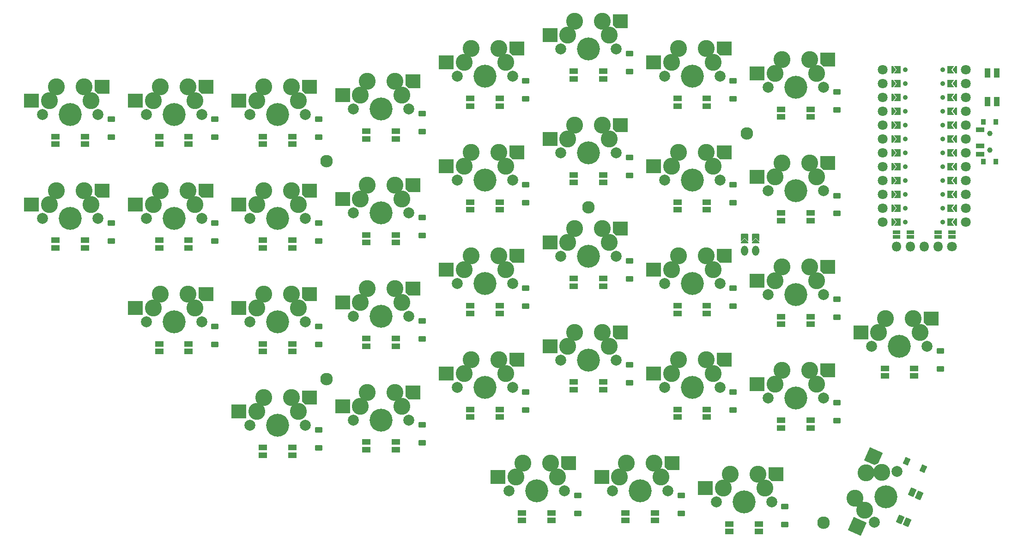
<source format=gbr>
%TF.GenerationSoftware,KiCad,Pcbnew,8.0.6*%
%TF.CreationDate,2025-01-09T22:44:34+01:00*%
%TF.ProjectId,deley,64656c65-792e-46b6-9963-61645f706362,0.1*%
%TF.SameCoordinates,Original*%
%TF.FileFunction,Soldermask,Bot*%
%TF.FilePolarity,Negative*%
%FSLAX46Y46*%
G04 Gerber Fmt 4.6, Leading zero omitted, Abs format (unit mm)*
G04 Created by KiCad (PCBNEW 8.0.6) date 2025-01-09 22:44:34*
%MOMM*%
%LPD*%
G01*
G04 APERTURE LIST*
G04 Aperture macros list*
%AMRoundRect*
0 Rectangle with rounded corners*
0 $1 Rounding radius*
0 $2 $3 $4 $5 $6 $7 $8 $9 X,Y pos of 4 corners*
0 Add a 4 corners polygon primitive as box body*
4,1,4,$2,$3,$4,$5,$6,$7,$8,$9,$2,$3,0*
0 Add four circle primitives for the rounded corners*
1,1,$1+$1,$2,$3*
1,1,$1+$1,$4,$5*
1,1,$1+$1,$6,$7*
1,1,$1+$1,$8,$9*
0 Add four rect primitives between the rounded corners*
20,1,$1+$1,$2,$3,$4,$5,0*
20,1,$1+$1,$4,$5,$6,$7,0*
20,1,$1+$1,$6,$7,$8,$9,0*
20,1,$1+$1,$8,$9,$2,$3,0*%
%AMFreePoly0*
4,1,16,0.535355,0.660355,0.550000,0.625000,0.550000,-0.625000,0.535355,-0.660355,0.500000,-0.675000,-0.650000,-0.675000,-0.685355,-0.660355,-0.700000,-0.625000,-0.689043,-0.593765,-0.214031,0.000000,-0.689043,0.593765,-0.699694,0.630522,-0.681235,0.664043,-0.650000,0.675000,0.500000,0.675000,0.535355,0.660355,0.535355,0.660355,$1*%
%AMFreePoly1*
4,1,16,-0.214645,0.660355,-0.210957,0.656235,0.289043,0.031235,0.299694,-0.005522,0.289043,-0.031235,-0.210957,-0.656235,-0.244478,-0.674694,-0.250000,-0.675000,-0.500000,-0.675000,-0.535355,-0.660355,-0.550000,-0.625000,-0.550000,0.625000,-0.535355,0.660355,-0.500000,0.675000,-0.250000,0.675000,-0.214645,0.660355,-0.214645,0.660355,$1*%
%AMFreePoly2*
4,1,14,1.310355,1.285355,1.325000,1.250000,1.325000,-1.250000,1.310355,-1.285355,1.275000,-1.300000,-0.775000,-1.300000,-0.810355,-1.285355,-1.310355,-0.785355,-1.325000,-0.750000,-1.325000,1.250000,-1.310355,1.285355,-1.275000,1.300000,1.275000,1.300000,1.310355,1.285355,1.310355,1.285355,$1*%
%AMFreePoly3*
4,1,14,0.035355,0.435355,0.635355,-0.164645,0.650000,-0.200000,0.650000,-0.400000,0.635355,-0.435355,0.600000,-0.450000,-0.600000,-0.450000,-0.635355,-0.435355,-0.650000,-0.400000,-0.650000,-0.200000,-0.635355,-0.164645,-0.035355,0.435355,0.000000,0.450000,0.035355,0.435355,0.035355,0.435355,$1*%
%AMFreePoly4*
4,1,16,0.635355,0.285355,0.650000,0.250000,0.650000,-1.000000,0.635355,-1.035355,0.600000,-1.050000,0.564645,-1.035355,0.000000,-0.470710,-0.564645,-1.035355,-0.600000,-1.050000,-0.635355,-1.035355,-0.650000,-1.000000,-0.650000,0.250000,-0.635355,0.285355,-0.600000,0.300000,0.600000,0.300000,0.635355,0.285355,0.635355,0.285355,$1*%
G04 Aperture macros list end*
%ADD10RoundRect,0.050000X0.600000X-0.450000X0.600000X0.450000X-0.600000X0.450000X-0.600000X-0.450000X0*%
%ADD11RoundRect,0.050000X0.655137X0.365096X-0.167053X0.731159X-0.655137X-0.365096X0.167053X-0.731159X0*%
%ADD12FreePoly0,180.000000*%
%ADD13C,0.900000*%
%ADD14FreePoly0,0.000000*%
%ADD15FreePoly1,0.000000*%
%ADD16C,1.800000*%
%ADD17FreePoly1,180.000000*%
%ADD18C,2.300000*%
%ADD19RoundRect,0.050000X-0.750000X0.350000X-0.750000X-0.350000X0.750000X-0.350000X0.750000X0.350000X0*%
%ADD20RoundRect,0.050000X-0.400000X0.500000X-0.400000X-0.500000X0.400000X-0.500000X0.400000X0.500000X0*%
%ADD21C,1.000000*%
%ADD22RoundRect,0.050000X0.500000X-0.775000X0.500000X0.775000X-0.500000X0.775000X-0.500000X-0.775000X0*%
%ADD23RoundRect,0.050000X-0.600000X0.300000X-0.600000X-0.300000X0.600000X-0.300000X0.600000X0.300000X0*%
%ADD24O,1.800000X1.800000*%
%ADD25RoundRect,0.050000X-0.172057X0.842850X-0.741488X-0.436113X0.172057X-0.842850X0.741488X0.436113X0*%
%ADD26RoundRect,0.050000X-0.700000X-0.500000X0.700000X-0.500000X0.700000X0.500000X-0.700000X0.500000X0*%
%ADD27FreePoly2,0.000000*%
%ADD28RoundRect,0.050000X-1.275000X-1.250000X1.275000X-1.250000X1.275000X1.250000X-1.275000X1.250000X0*%
%ADD29C,2.000000*%
%ADD30C,3.100000*%
%ADD31C,4.200000*%
%ADD32FreePoly3,0.000000*%
%ADD33O,1.300000X1.850000*%
%ADD34FreePoly4,0.000000*%
%ADD35RoundRect,0.050000X0.700000X0.500000X-0.700000X0.500000X-0.700000X-0.500000X0.700000X-0.500000X0*%
%ADD36FreePoly2,66.000000*%
%ADD37RoundRect,0.050000X0.623343X-1.673191X1.660521X0.656350X-0.623343X1.673191X-1.660521X-0.656350X0*%
G04 APERTURE END LIST*
D10*
%TO.C,D22*%
X231500000Y-163850000D03*
X231500000Y-167150000D03*
%TD*%
D11*
%TO.C,D33*%
X263327039Y-176594136D03*
X266341739Y-177936366D03*
%TD*%
D12*
%TO.C,MCU1*%
X271275000Y-104800000D03*
D13*
X263100000Y-104800000D03*
D12*
X271275000Y-107340000D03*
D13*
X263100000Y-107340000D03*
D12*
X271275000Y-109880000D03*
D13*
X263100000Y-109880000D03*
D12*
X271275000Y-112420000D03*
D13*
X263100000Y-112420000D03*
D12*
X271275000Y-114960000D03*
D13*
X263100000Y-114960000D03*
D12*
X271275000Y-117500000D03*
D13*
X263100000Y-117500000D03*
D12*
X271275000Y-120040000D03*
D13*
X263100000Y-120040000D03*
D12*
X271275000Y-122580000D03*
D13*
X263100000Y-122580000D03*
D12*
X271275000Y-125120000D03*
D13*
X263100000Y-125120000D03*
D12*
X271275000Y-127660000D03*
D13*
X263100000Y-127660000D03*
D12*
X271275000Y-130200000D03*
D13*
X263100000Y-130200000D03*
D12*
X271275000Y-132740000D03*
D13*
X263100000Y-132740000D03*
X269900000Y-132740000D03*
D14*
X261725000Y-132740000D03*
D13*
X269900000Y-130200000D03*
D14*
X261725000Y-130200000D03*
D13*
X269900000Y-127660000D03*
D14*
X261725000Y-127660000D03*
D13*
X269900000Y-125120000D03*
D14*
X261725000Y-125120000D03*
D13*
X269900000Y-122580000D03*
D14*
X261725000Y-122580000D03*
D13*
X269900000Y-120040000D03*
D14*
X261725000Y-120040000D03*
D13*
X269900000Y-117500000D03*
D14*
X261725000Y-117500000D03*
D13*
X269900000Y-114960000D03*
D14*
X261725000Y-114960000D03*
D13*
X269900000Y-112420000D03*
D14*
X261725000Y-112420000D03*
D13*
X269900000Y-109880000D03*
D14*
X261725000Y-109880000D03*
D13*
X269900000Y-107340000D03*
D14*
X261725000Y-107340000D03*
D13*
X269900000Y-104800000D03*
D14*
X261725000Y-104800000D03*
D15*
X261000000Y-104800000D03*
D16*
X258880000Y-104800000D03*
D15*
X261000000Y-107340000D03*
D16*
X258880000Y-107340000D03*
D15*
X261000000Y-109880000D03*
D16*
X258880000Y-109880000D03*
D15*
X261000000Y-112420000D03*
D16*
X258880000Y-112420000D03*
D15*
X261000000Y-114960000D03*
D16*
X258880000Y-114960000D03*
D15*
X261000000Y-117500000D03*
D16*
X258880000Y-117500000D03*
D15*
X261000000Y-120040000D03*
D16*
X258880000Y-120040000D03*
D15*
X261000000Y-122580000D03*
D16*
X258880000Y-122580000D03*
D15*
X261000000Y-125120000D03*
D16*
X258880000Y-125120000D03*
D15*
X261000000Y-127660000D03*
D16*
X258880000Y-127660000D03*
D15*
X261000000Y-130200000D03*
D16*
X258880000Y-130200000D03*
D15*
X261000000Y-132740000D03*
D16*
X258880000Y-132740000D03*
X274120000Y-132740000D03*
D17*
X272000000Y-132740000D03*
D16*
X274120000Y-130200000D03*
D17*
X272000000Y-130200000D03*
D16*
X274120000Y-127660000D03*
D17*
X272000000Y-127660000D03*
D16*
X274120000Y-125120000D03*
D17*
X272000000Y-125120000D03*
D16*
X274120000Y-122580000D03*
D17*
X272000000Y-122580000D03*
D16*
X274120000Y-120040000D03*
D17*
X272000000Y-120040000D03*
D16*
X274120000Y-117500000D03*
D17*
X272000000Y-117500000D03*
D16*
X274120000Y-114960000D03*
D17*
X272000000Y-114960000D03*
D16*
X274120000Y-112420000D03*
D17*
X272000000Y-112420000D03*
D16*
X274120000Y-109880000D03*
D17*
X272000000Y-109880000D03*
D16*
X274120000Y-107340000D03*
D17*
X272000000Y-107340000D03*
D16*
X274120000Y-104800000D03*
D17*
X272000000Y-104800000D03*
%TD*%
D10*
%TO.C,D14*%
X193500000Y-163850000D03*
X193500000Y-167150000D03*
%TD*%
D18*
%TO.C,MH5*%
X205000000Y-130000000D03*
%TD*%
D10*
%TO.C,D17*%
X193500000Y-106850000D03*
X193500000Y-110150000D03*
%TD*%
%TO.C,D7*%
X155500000Y-151850000D03*
X155500000Y-155150000D03*
%TD*%
%TO.C,D2*%
X117500000Y-113850000D03*
X117500000Y-117150000D03*
%TD*%
%TO.C,D16*%
X193500000Y-125850000D03*
X193500000Y-129150000D03*
%TD*%
%TO.C,D21*%
X212500000Y-101850000D03*
X212500000Y-105150000D03*
%TD*%
%TO.C,D9*%
X155500000Y-113850000D03*
X155500000Y-117150000D03*
%TD*%
%TO.C,D15*%
X193500000Y-144850000D03*
X193500000Y-148150000D03*
%TD*%
D18*
%TO.C,MH2*%
X157000000Y-161500000D03*
%TD*%
D10*
%TO.C,D24*%
X231500000Y-125850000D03*
X231500000Y-129150000D03*
%TD*%
%TO.C,D18*%
X212500000Y-158850000D03*
X212500000Y-162150000D03*
%TD*%
%TO.C,D32*%
X241000000Y-184850000D03*
X241000000Y-188150000D03*
%TD*%
D19*
%TO.C,PWR1*%
X276765000Y-120250000D03*
X276765000Y-118750000D03*
X276765000Y-115750000D03*
D20*
X279625000Y-121650000D03*
X279625000Y-114350000D03*
D21*
X278525000Y-119500000D03*
X278525000Y-116500000D03*
D20*
X277415000Y-121650000D03*
X277415000Y-114350000D03*
%TD*%
D10*
%TO.C,D23*%
X231500000Y-144850000D03*
X231500000Y-148150000D03*
%TD*%
%TO.C,D28*%
X250500000Y-127850000D03*
X250500000Y-131150000D03*
%TD*%
%TO.C,D13*%
X174500000Y-112850000D03*
X174500000Y-116150000D03*
%TD*%
%TO.C,D10*%
X174500000Y-169850000D03*
X174500000Y-173150000D03*
%TD*%
D18*
%TO.C,MH4*%
X234000000Y-116500000D03*
%TD*%
D10*
%TO.C,D27*%
X250500000Y-146850000D03*
X250500000Y-150150000D03*
%TD*%
D18*
%TO.C,MH3*%
X157000000Y-121500000D03*
%TD*%
D10*
%TO.C,D20*%
X212500000Y-120850000D03*
X212500000Y-124150000D03*
%TD*%
%TO.C,D4*%
X136500000Y-132850000D03*
X136500000Y-136150000D03*
%TD*%
%TO.C,D31*%
X222000000Y-182850000D03*
X222000000Y-186150000D03*
%TD*%
%TO.C,D19*%
X212500000Y-139850000D03*
X212500000Y-143150000D03*
%TD*%
D22*
%TO.C,RST1*%
X278150000Y-110625000D03*
X279850000Y-110625000D03*
X278150000Y-105375000D03*
X279850000Y-105375000D03*
%TD*%
D10*
%TO.C,D30*%
X203000000Y-182850000D03*
X203000000Y-186150000D03*
%TD*%
D18*
%TO.C,MH1*%
X248074234Y-187864648D03*
%TD*%
D10*
%TO.C,D6*%
X155500000Y-170850000D03*
X155500000Y-174150000D03*
%TD*%
%TO.C,D12*%
X174500000Y-131850000D03*
X174500000Y-135150000D03*
%TD*%
%TO.C,D3*%
X136500000Y-151850000D03*
X136500000Y-155150000D03*
%TD*%
%TO.C,D34*%
X269500000Y-156350000D03*
X269500000Y-159650000D03*
%TD*%
%TO.C,D8*%
X155500000Y-132850000D03*
X155500000Y-136150000D03*
%TD*%
%TO.C,D29*%
X250500000Y-108850000D03*
X250500000Y-112150000D03*
%TD*%
%TO.C,D26*%
X250500000Y-165850000D03*
X250500000Y-169150000D03*
%TD*%
%TO.C,D25*%
X231500000Y-106850000D03*
X231500000Y-110150000D03*
%TD*%
%TO.C,D11*%
X174500000Y-150850000D03*
X174500000Y-154150000D03*
%TD*%
D23*
%TO.C,DISP1*%
X261420000Y-134550000D03*
X263960000Y-134550000D03*
X269040000Y-134550000D03*
X271580000Y-134550000D03*
X261420000Y-135450000D03*
X263960000Y-135450000D03*
X269040000Y-135450000D03*
X271580000Y-135450000D03*
D16*
X271580000Y-137200000D03*
D24*
X269040000Y-137200000D03*
X266500000Y-137200000D03*
X263960000Y-137200000D03*
X261420000Y-137200000D03*
%TD*%
D10*
%TO.C,D5*%
X136500000Y-113850000D03*
X136500000Y-117150000D03*
%TD*%
%TO.C,D1*%
X117500000Y-132850000D03*
X117500000Y-136150000D03*
%TD*%
D25*
%TO.C,LED34*%
X264298048Y-182280711D03*
X265577012Y-182850142D03*
X263380634Y-187783287D03*
X262101670Y-187213856D03*
%TD*%
D26*
%TO.C,LED6*%
X145300000Y-175450000D03*
X145300000Y-174050000D03*
X150700000Y-174050000D03*
X150700000Y-175450000D03*
%TD*%
%TO.C,LED11*%
X183300000Y-149450000D03*
X183300000Y-148050000D03*
X188700000Y-148050000D03*
X188700000Y-149450000D03*
%TD*%
D27*
%TO.C,S30*%
X201342000Y-176920000D03*
D28*
X188415000Y-179460000D03*
D29*
X200580000Y-182000000D03*
D30*
X199310000Y-179460000D03*
X198040000Y-176920000D03*
D31*
X195500000Y-182000000D03*
D30*
X192960000Y-176920000D03*
X191690000Y-179460000D03*
D29*
X190420000Y-182000000D03*
%TD*%
D32*
%TO.C,JST1*%
X233600000Y-136200000D03*
X235600000Y-136200000D03*
D33*
X233600000Y-138000000D03*
X235600000Y-138000000D03*
D34*
X235600000Y-135184000D03*
X233600000Y-135184000D03*
%TD*%
D26*
%TO.C,LED3*%
X126300000Y-156450000D03*
X126300000Y-155050000D03*
X131700000Y-155050000D03*
X131700000Y-156450000D03*
%TD*%
D27*
%TO.C,S16*%
X191842000Y-119920000D03*
D28*
X178915000Y-122460000D03*
D29*
X191080000Y-125000000D03*
D30*
X189810000Y-122460000D03*
X188540000Y-119920000D03*
D31*
X186000000Y-125000000D03*
D30*
X183460000Y-119920000D03*
X182190000Y-122460000D03*
D29*
X180920000Y-125000000D03*
%TD*%
D35*
%TO.C,LED26*%
X207700000Y-143050000D03*
X207700000Y-144450000D03*
X202300000Y-144450000D03*
X202300000Y-143050000D03*
%TD*%
D27*
%TO.C,S14*%
X191842000Y-157920000D03*
D28*
X178915000Y-160460000D03*
D29*
X191080000Y-163000000D03*
D30*
X189810000Y-160460000D03*
X188540000Y-157920000D03*
D31*
X186000000Y-163000000D03*
D30*
X183460000Y-157920000D03*
X182190000Y-160460000D03*
D29*
X180920000Y-163000000D03*
%TD*%
D26*
%TO.C,LED14*%
X221300000Y-168450000D03*
X221300000Y-167050000D03*
X226700000Y-167050000D03*
X226700000Y-168450000D03*
%TD*%
D27*
%TO.C,S25*%
X229842000Y-100920000D03*
D28*
X216915000Y-103460000D03*
D29*
X229080000Y-106000000D03*
D30*
X227810000Y-103460000D03*
X226540000Y-100920000D03*
D31*
X224000000Y-106000000D03*
D30*
X221460000Y-100920000D03*
X220190000Y-103460000D03*
D29*
X218920000Y-106000000D03*
%TD*%
D27*
%TO.C,S28*%
X248842000Y-121920000D03*
D28*
X235915000Y-124460000D03*
D29*
X248080000Y-127000000D03*
D30*
X246810000Y-124460000D03*
X245540000Y-121920000D03*
D31*
X243000000Y-127000000D03*
D30*
X240460000Y-121920000D03*
X239190000Y-124460000D03*
D29*
X237920000Y-127000000D03*
%TD*%
D35*
%TO.C,LED21*%
X169700000Y-173050000D03*
X169700000Y-174450000D03*
X164300000Y-174450000D03*
X164300000Y-173050000D03*
%TD*%
D26*
%TO.C,LED12*%
X183300000Y-130450000D03*
X183300000Y-129050000D03*
X188700000Y-129050000D03*
X188700000Y-130450000D03*
%TD*%
D35*
%TO.C,LED25*%
X207700000Y-162050000D03*
X207700000Y-163450000D03*
X202300000Y-163450000D03*
X202300000Y-162050000D03*
%TD*%
D26*
%TO.C,LED8*%
X145300000Y-137450000D03*
X145300000Y-136050000D03*
X150700000Y-136050000D03*
X150700000Y-137450000D03*
%TD*%
%TO.C,LED20*%
X259300000Y-160950000D03*
X259300000Y-159550000D03*
X264700000Y-159550000D03*
X264700000Y-160950000D03*
%TD*%
D27*
%TO.C,S31*%
X220342000Y-176920000D03*
D28*
X207415000Y-179460000D03*
D29*
X219580000Y-182000000D03*
D30*
X218310000Y-179460000D03*
X217040000Y-176920000D03*
D31*
X214500000Y-182000000D03*
D30*
X211960000Y-176920000D03*
X210690000Y-179460000D03*
D29*
X209420000Y-182000000D03*
%TD*%
D27*
%TO.C,S24*%
X229842000Y-119920000D03*
D28*
X216915000Y-122460000D03*
D29*
X229080000Y-125000000D03*
D30*
X227810000Y-122460000D03*
X226540000Y-119920000D03*
D31*
X224000000Y-125000000D03*
D30*
X221460000Y-119920000D03*
X220190000Y-122460000D03*
D29*
X218920000Y-125000000D03*
%TD*%
D35*
%TO.C,LED30*%
X245700000Y-150050000D03*
X245700000Y-151450000D03*
X240300000Y-151450000D03*
X240300000Y-150050000D03*
%TD*%
D26*
%TO.C,LED19*%
X230800000Y-189450000D03*
X230800000Y-188050000D03*
X236200000Y-188050000D03*
X236200000Y-189450000D03*
%TD*%
%TO.C,LED9*%
X145300000Y-118450000D03*
X145300000Y-117050000D03*
X150700000Y-117050000D03*
X150700000Y-118450000D03*
%TD*%
D27*
%TO.C,S21*%
X210842000Y-95920000D03*
D28*
X197915000Y-98460000D03*
D29*
X210080000Y-101000000D03*
D30*
X208810000Y-98460000D03*
X207540000Y-95920000D03*
D31*
X205000000Y-101000000D03*
D30*
X202460000Y-95920000D03*
X201190000Y-98460000D03*
D29*
X199920000Y-101000000D03*
%TD*%
D27*
%TO.C,S13*%
X172842000Y-106920000D03*
D28*
X159915000Y-109460000D03*
D29*
X172080000Y-112000000D03*
D30*
X170810000Y-109460000D03*
X169540000Y-106920000D03*
D31*
X167000000Y-112000000D03*
D30*
X164460000Y-106920000D03*
X163190000Y-109460000D03*
D29*
X161920000Y-112000000D03*
%TD*%
D35*
%TO.C,LED23*%
X169700000Y-135050000D03*
X169700000Y-136450000D03*
X164300000Y-136450000D03*
X164300000Y-135050000D03*
%TD*%
%TO.C,LED31*%
X245700000Y-131050000D03*
X245700000Y-132450000D03*
X240300000Y-132450000D03*
X240300000Y-131050000D03*
%TD*%
D26*
%TO.C,LED1*%
X107300000Y-137450000D03*
X107300000Y-136050000D03*
X112700000Y-136050000D03*
X112700000Y-137450000D03*
%TD*%
D35*
%TO.C,LED24*%
X169700000Y-116050000D03*
X169700000Y-117450000D03*
X164300000Y-117450000D03*
X164300000Y-116050000D03*
%TD*%
D27*
%TO.C,S27*%
X248842000Y-140920000D03*
D28*
X235915000Y-143460000D03*
D29*
X248080000Y-146000000D03*
D30*
X246810000Y-143460000D03*
X245540000Y-140920000D03*
D31*
X243000000Y-146000000D03*
D30*
X240460000Y-140920000D03*
X239190000Y-143460000D03*
D29*
X237920000Y-146000000D03*
%TD*%
D27*
%TO.C,S32*%
X239342000Y-178920000D03*
D28*
X226415000Y-181460000D03*
D29*
X238580000Y-184000000D03*
D30*
X237310000Y-181460000D03*
X236040000Y-178920000D03*
D31*
X233500000Y-184000000D03*
D30*
X230960000Y-178920000D03*
X229690000Y-181460000D03*
D29*
X228420000Y-184000000D03*
%TD*%
D26*
%TO.C,LED5*%
X126300000Y-118450000D03*
X126300000Y-117050000D03*
X131700000Y-117050000D03*
X131700000Y-118450000D03*
%TD*%
D27*
%TO.C,S11*%
X172842000Y-144920000D03*
D28*
X159915000Y-147460000D03*
D29*
X172080000Y-150000000D03*
D30*
X170810000Y-147460000D03*
X169540000Y-144920000D03*
D31*
X167000000Y-150000000D03*
D30*
X164460000Y-144920000D03*
X163190000Y-147460000D03*
D29*
X161920000Y-150000000D03*
%TD*%
D27*
%TO.C,S3*%
X134842000Y-145920000D03*
D28*
X121915000Y-148460000D03*
D29*
X134080000Y-151000000D03*
D30*
X132810000Y-148460000D03*
X131540000Y-145920000D03*
D31*
X129000000Y-151000000D03*
D30*
X126460000Y-145920000D03*
X125190000Y-148460000D03*
D29*
X123920000Y-151000000D03*
%TD*%
D27*
%TO.C,S10*%
X172842000Y-163920000D03*
D28*
X159915000Y-166460000D03*
D29*
X172080000Y-169000000D03*
D30*
X170810000Y-166460000D03*
X169540000Y-163920000D03*
D31*
X167000000Y-169000000D03*
D30*
X164460000Y-163920000D03*
X163190000Y-166460000D03*
D29*
X161920000Y-169000000D03*
%TD*%
D35*
%TO.C,LED33*%
X217200000Y-186050000D03*
X217200000Y-187450000D03*
X211800000Y-187450000D03*
X211800000Y-186050000D03*
%TD*%
D27*
%TO.C,S7*%
X153842000Y-145920000D03*
D28*
X140915000Y-148460000D03*
D29*
X153080000Y-151000000D03*
D30*
X151810000Y-148460000D03*
X150540000Y-145920000D03*
D31*
X148000000Y-151000000D03*
D30*
X145460000Y-145920000D03*
X144190000Y-148460000D03*
D29*
X142920000Y-151000000D03*
%TD*%
D35*
%TO.C,LED22*%
X169700000Y-154050000D03*
X169700000Y-155450000D03*
X164300000Y-155450000D03*
X164300000Y-154050000D03*
%TD*%
%TO.C,LED28*%
X207700000Y-105050000D03*
X207700000Y-106450000D03*
X202300000Y-106450000D03*
X202300000Y-105050000D03*
%TD*%
D27*
%TO.C,S8*%
X153842000Y-126920000D03*
D28*
X140915000Y-129460000D03*
D29*
X153080000Y-132000000D03*
D30*
X151810000Y-129460000D03*
X150540000Y-126920000D03*
D31*
X148000000Y-132000000D03*
D30*
X145460000Y-126920000D03*
X144190000Y-129460000D03*
D29*
X142920000Y-132000000D03*
%TD*%
D27*
%TO.C,S18*%
X210842000Y-152920000D03*
D28*
X197915000Y-155460000D03*
D29*
X210080000Y-158000000D03*
D30*
X208810000Y-155460000D03*
X207540000Y-152920000D03*
D31*
X205000000Y-158000000D03*
D30*
X202460000Y-152920000D03*
X201190000Y-155460000D03*
D29*
X199920000Y-158000000D03*
%TD*%
D27*
%TO.C,S23*%
X229842000Y-138920000D03*
D28*
X216915000Y-141460000D03*
D29*
X229080000Y-144000000D03*
D30*
X227810000Y-141460000D03*
X226540000Y-138920000D03*
D31*
X224000000Y-144000000D03*
D30*
X221460000Y-138920000D03*
X220190000Y-141460000D03*
D29*
X218920000Y-144000000D03*
%TD*%
D27*
%TO.C,S1*%
X115842000Y-126920000D03*
D28*
X102915000Y-129460000D03*
D29*
X115080000Y-132000000D03*
D30*
X113810000Y-129460000D03*
X112540000Y-126920000D03*
D31*
X110000000Y-132000000D03*
D30*
X107460000Y-126920000D03*
X106190000Y-129460000D03*
D29*
X104920000Y-132000000D03*
%TD*%
D35*
%TO.C,LED27*%
X207700000Y-124050000D03*
X207700000Y-125450000D03*
X202300000Y-125450000D03*
X202300000Y-124050000D03*
%TD*%
D26*
%TO.C,LED18*%
X192800000Y-187450000D03*
X192800000Y-186050000D03*
X198200000Y-186050000D03*
X198200000Y-187450000D03*
%TD*%
%TO.C,LED16*%
X221300000Y-130450000D03*
X221300000Y-129050000D03*
X226700000Y-129050000D03*
X226700000Y-130450000D03*
%TD*%
%TO.C,LED7*%
X145300000Y-156450000D03*
X145300000Y-155050000D03*
X150700000Y-155050000D03*
X150700000Y-156450000D03*
%TD*%
D27*
%TO.C,S4*%
X134842000Y-126920000D03*
D28*
X121915000Y-129460000D03*
D29*
X134080000Y-132000000D03*
D30*
X132810000Y-129460000D03*
X131540000Y-126920000D03*
D31*
X129000000Y-132000000D03*
D30*
X126460000Y-126920000D03*
X125190000Y-129460000D03*
D29*
X123920000Y-132000000D03*
%TD*%
D27*
%TO.C,S29*%
X248842000Y-102920000D03*
D28*
X235915000Y-105460000D03*
D29*
X248080000Y-108000000D03*
D30*
X246810000Y-105460000D03*
X245540000Y-102920000D03*
D31*
X243000000Y-108000000D03*
D30*
X240460000Y-102920000D03*
X239190000Y-105460000D03*
D29*
X237920000Y-108000000D03*
%TD*%
D27*
%TO.C,S2*%
X115842000Y-107920000D03*
D28*
X102915000Y-110460000D03*
D29*
X115080000Y-113000000D03*
D30*
X113810000Y-110460000D03*
X112540000Y-107920000D03*
D31*
X110000000Y-113000000D03*
D30*
X107460000Y-107920000D03*
X106190000Y-110460000D03*
D29*
X104920000Y-113000000D03*
%TD*%
D26*
%TO.C,LED15*%
X221300000Y-149450000D03*
X221300000Y-148050000D03*
X226700000Y-148050000D03*
X226700000Y-149450000D03*
%TD*%
D35*
%TO.C,LED29*%
X245700000Y-169050000D03*
X245700000Y-170450000D03*
X240300000Y-170450000D03*
X240300000Y-169050000D03*
%TD*%
D27*
%TO.C,S26*%
X248842000Y-159920000D03*
D28*
X235915000Y-162460000D03*
D29*
X248080000Y-165000000D03*
D30*
X246810000Y-162460000D03*
X245540000Y-159920000D03*
D31*
X243000000Y-165000000D03*
D30*
X240460000Y-159920000D03*
X239190000Y-162460000D03*
D29*
X237920000Y-165000000D03*
%TD*%
D26*
%TO.C,LED13*%
X183300000Y-111450000D03*
X183300000Y-110050000D03*
X188700000Y-110050000D03*
X188700000Y-111450000D03*
%TD*%
D36*
%TO.C,S33*%
X257235345Y-175696845D03*
D37*
X254297865Y-188539358D03*
D29*
X261566222Y-178459189D03*
D30*
X258729261Y-178586281D03*
X255892300Y-178713372D03*
D31*
X259500000Y-183100000D03*
D30*
X253826078Y-183354183D03*
X255629928Y-185547497D03*
D29*
X257433778Y-187740811D03*
%TD*%
D27*
%TO.C,S6*%
X153842000Y-164920000D03*
D28*
X140915000Y-167460000D03*
D29*
X153080000Y-170000000D03*
D30*
X151810000Y-167460000D03*
X150540000Y-164920000D03*
D31*
X148000000Y-170000000D03*
D30*
X145460000Y-164920000D03*
X144190000Y-167460000D03*
D29*
X142920000Y-170000000D03*
%TD*%
D27*
%TO.C,S34*%
X267842000Y-150420000D03*
D28*
X254915000Y-152960000D03*
D29*
X267080000Y-155500000D03*
D30*
X265810000Y-152960000D03*
X264540000Y-150420000D03*
D31*
X262000000Y-155500000D03*
D30*
X259460000Y-150420000D03*
X258190000Y-152960000D03*
D29*
X256920000Y-155500000D03*
%TD*%
D27*
%TO.C,S19*%
X210842000Y-133920000D03*
D28*
X197915000Y-136460000D03*
D29*
X210080000Y-139000000D03*
D30*
X208810000Y-136460000D03*
X207540000Y-133920000D03*
D31*
X205000000Y-139000000D03*
D30*
X202460000Y-133920000D03*
X201190000Y-136460000D03*
D29*
X199920000Y-139000000D03*
%TD*%
D27*
%TO.C,S15*%
X191842000Y-138920000D03*
D28*
X178915000Y-141460000D03*
D29*
X191080000Y-144000000D03*
D30*
X189810000Y-141460000D03*
X188540000Y-138920000D03*
D31*
X186000000Y-144000000D03*
D30*
X183460000Y-138920000D03*
X182190000Y-141460000D03*
D29*
X180920000Y-144000000D03*
%TD*%
D27*
%TO.C,S20*%
X210842000Y-114920000D03*
D28*
X197915000Y-117460000D03*
D29*
X210080000Y-120000000D03*
D30*
X208810000Y-117460000D03*
X207540000Y-114920000D03*
D31*
X205000000Y-120000000D03*
D30*
X202460000Y-114920000D03*
X201190000Y-117460000D03*
D29*
X199920000Y-120000000D03*
%TD*%
D26*
%TO.C,LED17*%
X221300000Y-111450000D03*
X221300000Y-110050000D03*
X226700000Y-110050000D03*
X226700000Y-111450000D03*
%TD*%
D35*
%TO.C,LED32*%
X245700000Y-112050000D03*
X245700000Y-113450000D03*
X240300000Y-113450000D03*
X240300000Y-112050000D03*
%TD*%
D27*
%TO.C,S22*%
X229842000Y-157920000D03*
D28*
X216915000Y-160460000D03*
D29*
X229080000Y-163000000D03*
D30*
X227810000Y-160460000D03*
X226540000Y-157920000D03*
D31*
X224000000Y-163000000D03*
D30*
X221460000Y-157920000D03*
X220190000Y-160460000D03*
D29*
X218920000Y-163000000D03*
%TD*%
D27*
%TO.C,S5*%
X134842000Y-107920000D03*
D28*
X121915000Y-110460000D03*
D29*
X134080000Y-113000000D03*
D30*
X132810000Y-110460000D03*
X131540000Y-107920000D03*
D31*
X129000000Y-113000000D03*
D30*
X126460000Y-107920000D03*
X125190000Y-110460000D03*
D29*
X123920000Y-113000000D03*
%TD*%
D26*
%TO.C,LED10*%
X183300000Y-168450000D03*
X183300000Y-167050000D03*
X188700000Y-167050000D03*
X188700000Y-168450000D03*
%TD*%
%TO.C,LED4*%
X126300000Y-137450000D03*
X126300000Y-136050000D03*
X131700000Y-136050000D03*
X131700000Y-137450000D03*
%TD*%
D27*
%TO.C,S12*%
X172842000Y-125920000D03*
D28*
X159915000Y-128460000D03*
D29*
X172080000Y-131000000D03*
D30*
X170810000Y-128460000D03*
X169540000Y-125920000D03*
D31*
X167000000Y-131000000D03*
D30*
X164460000Y-125920000D03*
X163190000Y-128460000D03*
D29*
X161920000Y-131000000D03*
%TD*%
D26*
%TO.C,LED2*%
X107300000Y-118450000D03*
X107300000Y-117050000D03*
X112700000Y-117050000D03*
X112700000Y-118450000D03*
%TD*%
D27*
%TO.C,S9*%
X153842000Y-107920000D03*
D28*
X140915000Y-110460000D03*
D29*
X153080000Y-113000000D03*
D30*
X151810000Y-110460000D03*
X150540000Y-107920000D03*
D31*
X148000000Y-113000000D03*
D30*
X145460000Y-107920000D03*
X144190000Y-110460000D03*
D29*
X142920000Y-113000000D03*
%TD*%
D27*
%TO.C,S17*%
X191842000Y-100920000D03*
D28*
X178915000Y-103460000D03*
D29*
X191080000Y-106000000D03*
D30*
X189810000Y-103460000D03*
X188540000Y-100920000D03*
D31*
X186000000Y-106000000D03*
D30*
X183460000Y-100920000D03*
X182190000Y-103460000D03*
D29*
X180920000Y-106000000D03*
%TD*%
M02*

</source>
